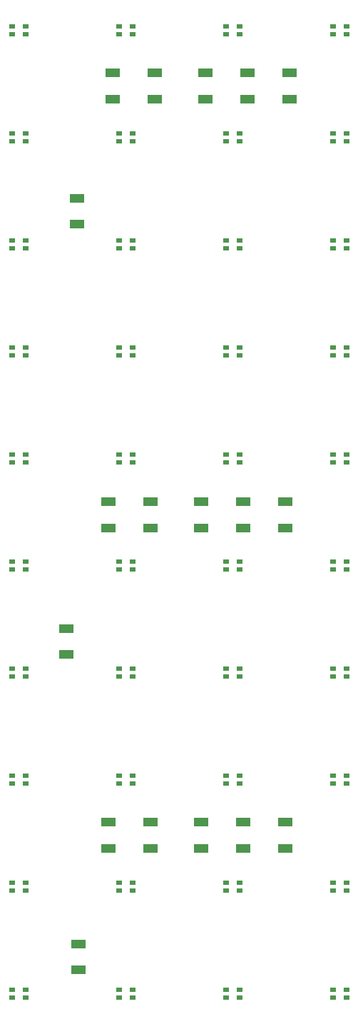
<source format=gbr>
G04 EAGLE Gerber RS-274X export*
G75*
%MOMM*%
%FSLAX34Y34*%
%LPD*%
%INSolderpaste Top*%
%IPPOS*%
%AMOC8*
5,1,8,0,0,1.08239X$1,22.5*%
G01*
%ADD10R,0.800000X0.500000*%
%ADD11R,1.820000X1.040000*%


D10*
X71500Y-160600D03*
X55500Y-160600D03*
X71500Y-169600D03*
X55500Y-169600D03*
X198500Y-414600D03*
X182500Y-414600D03*
X198500Y-423600D03*
X182500Y-423600D03*
X325500Y-414600D03*
X309500Y-414600D03*
X325500Y-423600D03*
X309500Y-423600D03*
X452500Y-414600D03*
X436500Y-414600D03*
X452500Y-423600D03*
X436500Y-423600D03*
X71500Y-541600D03*
X55500Y-541600D03*
X71500Y-550600D03*
X55500Y-550600D03*
X198500Y-541600D03*
X182500Y-541600D03*
X198500Y-550600D03*
X182500Y-550600D03*
X325500Y-541600D03*
X309500Y-541600D03*
X325500Y-550600D03*
X309500Y-550600D03*
X452500Y-541600D03*
X436500Y-541600D03*
X452500Y-550600D03*
X436500Y-550600D03*
X71500Y-668600D03*
X55500Y-668600D03*
X71500Y-677600D03*
X55500Y-677600D03*
X198500Y-668600D03*
X182500Y-668600D03*
X198500Y-677600D03*
X182500Y-677600D03*
X325500Y-668600D03*
X309500Y-668600D03*
X325500Y-677600D03*
X309500Y-677600D03*
X198500Y-160600D03*
X182500Y-160600D03*
X198500Y-169600D03*
X182500Y-169600D03*
X452500Y-668600D03*
X436500Y-668600D03*
X452500Y-677600D03*
X436500Y-677600D03*
X71500Y-795600D03*
X55500Y-795600D03*
X71500Y-804600D03*
X55500Y-804600D03*
X198500Y-795600D03*
X182500Y-795600D03*
X198500Y-804600D03*
X182500Y-804600D03*
X325500Y-795600D03*
X309500Y-795600D03*
X325500Y-804600D03*
X309500Y-804600D03*
X452500Y-795600D03*
X436500Y-795600D03*
X452500Y-804600D03*
X436500Y-804600D03*
X71500Y-922600D03*
X55500Y-922600D03*
X71500Y-931600D03*
X55500Y-931600D03*
X198500Y-922600D03*
X182500Y-922600D03*
X198500Y-931600D03*
X182500Y-931600D03*
X325500Y-922600D03*
X309500Y-922600D03*
X325500Y-931600D03*
X309500Y-931600D03*
X452500Y-922600D03*
X436500Y-922600D03*
X452500Y-931600D03*
X436500Y-931600D03*
X71500Y-1049600D03*
X55500Y-1049600D03*
X71500Y-1058600D03*
X55500Y-1058600D03*
X325500Y-160600D03*
X309500Y-160600D03*
X325500Y-169600D03*
X309500Y-169600D03*
X198500Y-1049600D03*
X182500Y-1049600D03*
X198500Y-1058600D03*
X182500Y-1058600D03*
X325500Y-1049600D03*
X309500Y-1049600D03*
X325500Y-1058600D03*
X309500Y-1058600D03*
X452500Y-1049600D03*
X436500Y-1049600D03*
X452500Y-1058600D03*
X436500Y-1058600D03*
X71500Y-1176600D03*
X55500Y-1176600D03*
X71500Y-1185600D03*
X55500Y-1185600D03*
X198500Y-1176600D03*
X182500Y-1176600D03*
X198500Y-1185600D03*
X182500Y-1185600D03*
X325500Y-1176600D03*
X309500Y-1176600D03*
X325500Y-1185600D03*
X309500Y-1185600D03*
X452500Y-1176600D03*
X436500Y-1176600D03*
X452500Y-1185600D03*
X436500Y-1185600D03*
X71500Y-1303600D03*
X55500Y-1303600D03*
X71500Y-1312600D03*
X55500Y-1312600D03*
X198500Y-1303600D03*
X182500Y-1303600D03*
X198500Y-1312600D03*
X182500Y-1312600D03*
X325500Y-1303600D03*
X309500Y-1303600D03*
X325500Y-1312600D03*
X309500Y-1312600D03*
X452500Y-160600D03*
X436500Y-160600D03*
X452500Y-169600D03*
X436500Y-169600D03*
X452500Y-1303600D03*
X436500Y-1303600D03*
X452500Y-1312600D03*
X436500Y-1312600D03*
X71500Y-287600D03*
X55500Y-287600D03*
X71500Y-296600D03*
X55500Y-296600D03*
X198500Y-287600D03*
X182500Y-287600D03*
X198500Y-296600D03*
X182500Y-296600D03*
X325500Y-287600D03*
X309500Y-287600D03*
X325500Y-296600D03*
X309500Y-296600D03*
X452500Y-287600D03*
X436500Y-287600D03*
X452500Y-296600D03*
X436500Y-296600D03*
X71500Y-414600D03*
X55500Y-414600D03*
X71500Y-423600D03*
X55500Y-423600D03*
D11*
X175000Y-246400D03*
X175000Y-215600D03*
X335000Y-246400D03*
X335000Y-215600D03*
X225000Y-246400D03*
X225000Y-215600D03*
X132571Y-364184D03*
X132571Y-394984D03*
X285000Y-246400D03*
X285000Y-215600D03*
X170000Y-755400D03*
X170000Y-724600D03*
X330000Y-755400D03*
X330000Y-724600D03*
X220000Y-755400D03*
X220000Y-724600D03*
X120000Y-905400D03*
X120000Y-874600D03*
X280000Y-755400D03*
X280000Y-724600D03*
X170000Y-1135400D03*
X170000Y-1104600D03*
X330000Y-1135400D03*
X330000Y-1104600D03*
X220000Y-1135400D03*
X220000Y-1104600D03*
X134525Y-1248859D03*
X134525Y-1279659D03*
X280000Y-1135400D03*
X280000Y-1104600D03*
X380000Y-755400D03*
X380000Y-724600D03*
X380000Y-1135400D03*
X380000Y-1104600D03*
X385000Y-246400D03*
X385000Y-215600D03*
M02*

</source>
